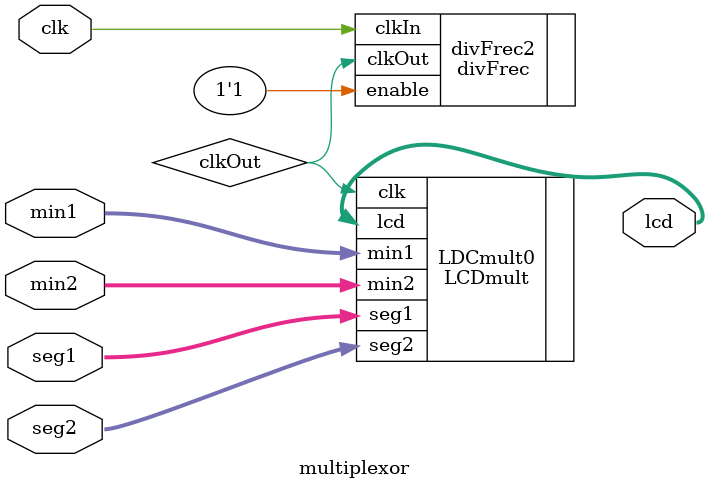
<source format=v>
`timescale 1ns / 1ps
module multiplexor(
	input clk,
	input wire [5:0] min1,
	input wire [5:0] seg1,
	input wire [5:0] min2,
	input wire [5:0] seg2,
	output wire	[5:0] lcd
    );

wire clkOut;

divFrec #(100) divFrec2 (
	.enable(1'b1),
	.clkIn(clk),
	.clkOut(clkOut)
);

LCDmult LDCmult0 (
	.clk(clkOut),
	.min1(min1),
	.seg1(seg1),
	.min2(min2),
	.seg2(seg2),
	.lcd(lcd)
);

endmodule

</source>
